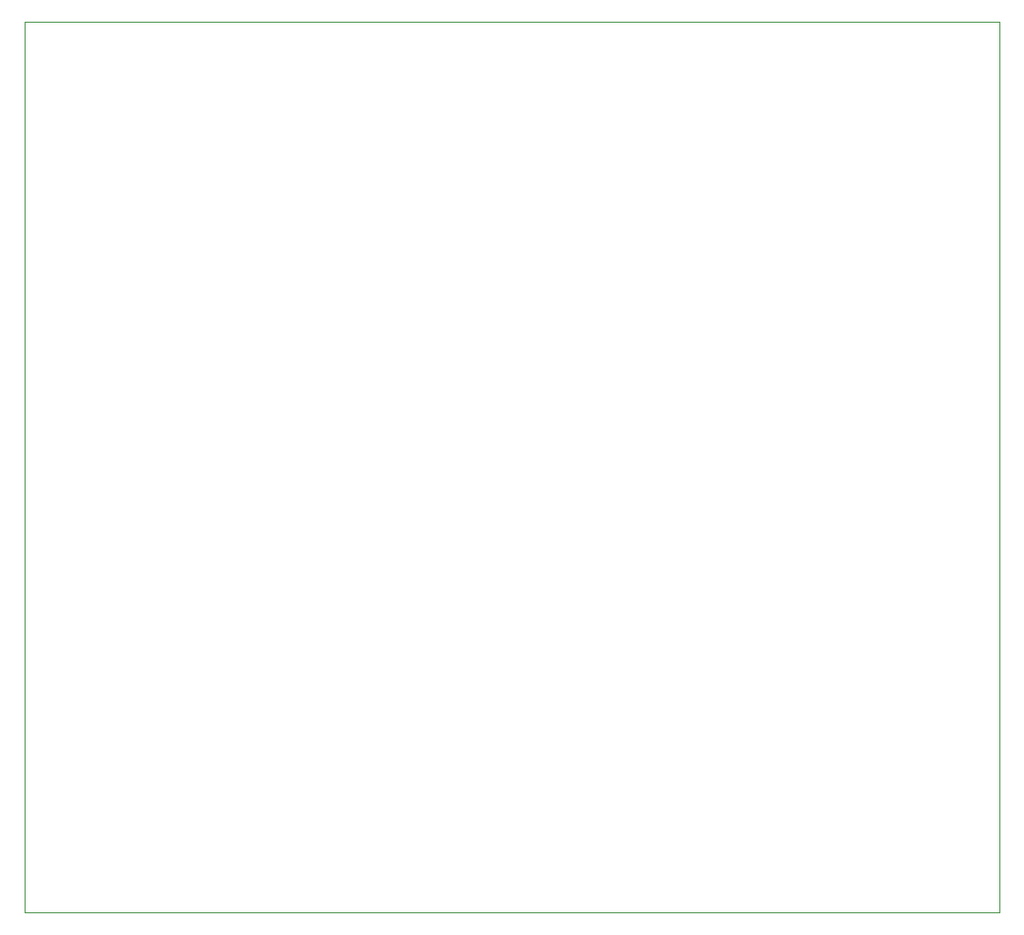
<source format=gbr>
%TF.GenerationSoftware,KiCad,Pcbnew,(5.1.9)-1*%
%TF.CreationDate,2021-03-16T20:09:15+01:00*%
%TF.ProjectId,HB-Uni-SenDose-4,48422d55-6e69-42d5-9365-6e446f73652d,rev?*%
%TF.SameCoordinates,Original*%
%TF.FileFunction,Profile,NP*%
%FSLAX46Y46*%
G04 Gerber Fmt 4.6, Leading zero omitted, Abs format (unit mm)*
G04 Created by KiCad (PCBNEW (5.1.9)-1) date 2021-03-16 20:09:15*
%MOMM*%
%LPD*%
G01*
G04 APERTURE LIST*
%TA.AperFunction,Profile*%
%ADD10C,0.050000*%
%TD*%
G04 APERTURE END LIST*
D10*
X81000000Y-129000000D02*
X168200000Y-129000000D01*
X81000000Y-49250000D02*
X81000000Y-129000000D01*
X168200000Y-49250000D02*
X81000000Y-49250000D01*
X168200000Y-129000000D02*
X168200000Y-49250000D01*
M02*

</source>
